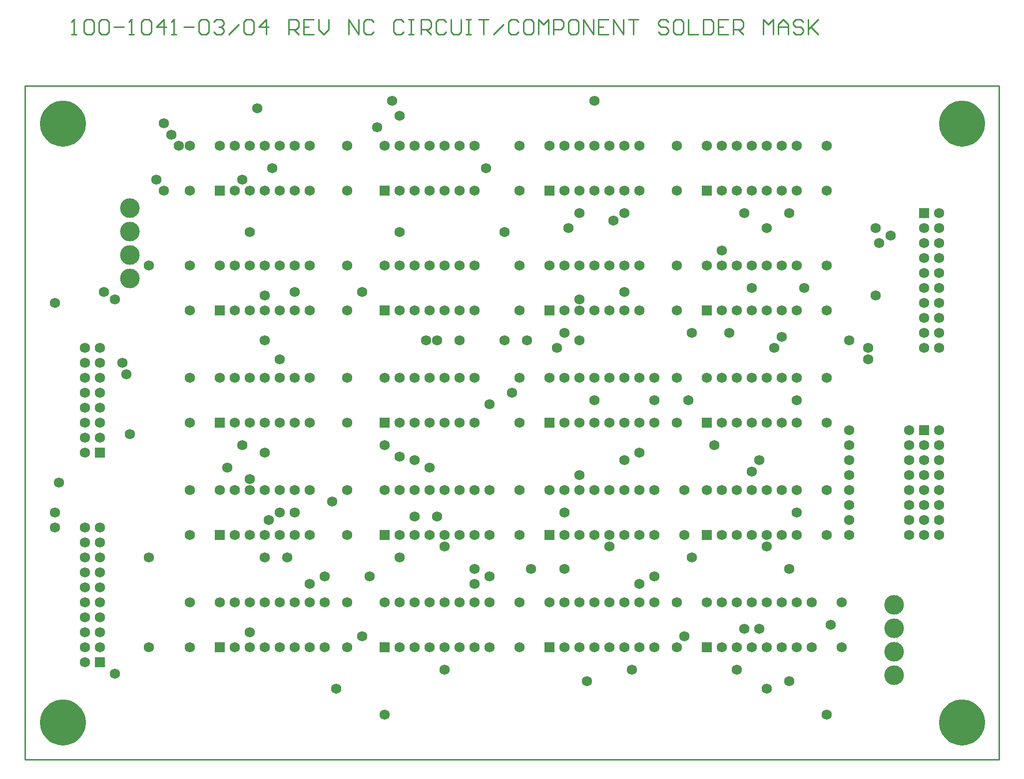
<source format=gbs>
*%FSLAX23Y23*%
*%MOIN*%
G01*
%ADD11C,0.007*%
%ADD12C,0.008*%
%ADD13C,0.010*%
%ADD14C,0.012*%
%ADD15C,0.020*%
%ADD16C,0.036*%
%ADD17C,0.050*%
%ADD18C,0.056*%
%ADD19C,0.062*%
%ADD20C,0.068*%
%ADD21C,0.070*%
%ADD22C,0.090*%
%ADD23C,0.125*%
%ADD24C,0.131*%
%ADD25C,0.140*%
%ADD26C,0.160*%
%ADD27C,0.250*%
%ADD28R,0.062X0.062*%
%ADD29R,0.068X0.068*%
D13*
X6934Y10356D02*
X6967D01*
X6951D01*
Y10456D01*
X6952D01*
X6951D02*
X6934Y10439D01*
X7017D02*
X7034Y10456D01*
X7067D01*
X7084Y10439D01*
Y10373D01*
X7067Y10356D01*
X7034D01*
X7017Y10373D01*
Y10439D01*
X7117D02*
X7134Y10456D01*
X7167D01*
X7184Y10439D01*
Y10373D01*
X7167Y10356D01*
X7134D01*
X7117Y10373D01*
Y10439D01*
X7217Y10406D02*
X7284D01*
X7317Y10356D02*
X7351D01*
X7334D01*
Y10456D01*
X7335D01*
X7334D02*
X7317Y10439D01*
X7401D02*
X7417Y10456D01*
X7450D01*
X7467Y10439D01*
Y10373D01*
X7450Y10356D01*
X7417D01*
X7401Y10373D01*
Y10439D01*
X7550Y10456D02*
Y10356D01*
X7500Y10406D02*
X7550Y10456D01*
X7567Y10406D02*
X7500D01*
X7600Y10356D02*
X7634D01*
X7617D01*
Y10456D01*
X7618D01*
X7617D02*
X7600Y10439D01*
X7684Y10406D02*
X7750D01*
X7784Y10439D02*
X7800Y10456D01*
X7834D01*
X7850Y10439D01*
Y10373D01*
X7834Y10356D01*
X7800D01*
X7784Y10373D01*
Y10439D01*
X7884D02*
X7900Y10456D01*
X7934D01*
X7950Y10439D01*
Y10423D01*
X7951D01*
X7950D02*
X7951D01*
X7950D02*
X7951D01*
X7950D02*
X7934Y10406D01*
X7917D01*
X7934D01*
X7950Y10389D01*
Y10373D01*
X7934Y10356D01*
X7900D01*
X7884Y10373D01*
X7984Y10356D02*
X8050Y10423D01*
X8084Y10439D02*
X8100Y10456D01*
X8134D01*
X8150Y10439D01*
Y10373D01*
X8134Y10356D01*
X8100D01*
X8084Y10373D01*
Y10439D01*
X8234Y10456D02*
Y10356D01*
X8184Y10406D02*
X8234Y10456D01*
X8250Y10406D02*
X8184D01*
X8384Y10356D02*
Y10456D01*
X8434D01*
X8450Y10439D01*
Y10406D01*
X8434Y10389D01*
X8384D01*
X8417D02*
X8450Y10356D01*
X8483Y10456D02*
X8550D01*
X8483D02*
Y10356D01*
X8550D01*
X8517Y10406D02*
X8483D01*
X8583Y10389D02*
Y10456D01*
Y10389D02*
X8617Y10356D01*
X8650Y10389D01*
Y10456D01*
X8783D02*
Y10356D01*
X8850D02*
X8783Y10456D01*
X8850D02*
Y10356D01*
X8950Y10439D02*
X8933Y10456D01*
X8900D01*
X8883Y10439D01*
Y10373D01*
X8900Y10356D01*
X8933D01*
X8950Y10373D01*
X9133Y10456D02*
X9150Y10439D01*
X9133Y10456D02*
X9100D01*
X9083Y10439D01*
Y10373D01*
X9100Y10356D01*
X9133D01*
X9150Y10373D01*
X9183Y10456D02*
X9217D01*
X9200D01*
Y10356D01*
X9183D01*
X9217D01*
X9267D02*
Y10456D01*
X9317D01*
X9333Y10439D01*
Y10406D01*
X9317Y10389D01*
X9267D01*
X9300D02*
X9333Y10356D01*
X9433Y10439D02*
X9417Y10456D01*
X9383D01*
X9367Y10439D01*
Y10373D01*
X9383Y10356D01*
X9417D01*
X9433Y10373D01*
X9467D02*
Y10456D01*
Y10373D02*
X9483Y10356D01*
X9516D01*
X9533Y10373D01*
Y10456D01*
X9566D02*
X9600D01*
X9583D01*
Y10356D01*
X9566D01*
X9600D01*
X9650Y10456D02*
X9716D01*
X9683D01*
Y10356D01*
X9750D02*
X9816Y10423D01*
X9900Y10456D02*
X9916Y10439D01*
X9900Y10456D02*
X9866D01*
X9850Y10439D01*
Y10373D01*
X9866Y10356D01*
X9900D01*
X9916Y10373D01*
X9966Y10456D02*
X10000D01*
X9966D02*
X9950Y10439D01*
Y10373D01*
X9966Y10356D01*
X10000D01*
X10016Y10373D01*
Y10439D01*
X10000Y10456D01*
X10050D02*
Y10356D01*
X10083Y10423D02*
X10050Y10456D01*
X10083Y10423D02*
X10116Y10456D01*
Y10356D01*
X10150D02*
Y10456D01*
X10200D01*
X10216Y10439D01*
Y10406D01*
X10200Y10389D01*
X10150D01*
X10266Y10456D02*
X10300D01*
X10266D02*
X10250Y10439D01*
Y10373D01*
X10266Y10356D01*
X10300D01*
X10316Y10373D01*
Y10439D01*
X10300Y10456D01*
X10350D02*
Y10356D01*
X10416D02*
X10350Y10456D01*
X10416D02*
Y10356D01*
X10450Y10456D02*
X10516D01*
X10450D02*
Y10356D01*
X10516D01*
X10483Y10406D02*
X10450D01*
X10549Y10356D02*
Y10456D01*
X10616Y10356D01*
Y10456D01*
X10649D02*
X10716D01*
X10683D01*
Y10356D01*
X10899Y10456D02*
X10916Y10439D01*
X10899Y10456D02*
X10866D01*
X10849Y10439D01*
Y10423D01*
X10866Y10406D01*
X10899D01*
X10916Y10389D01*
Y10373D01*
X10899Y10356D01*
X10866D01*
X10849Y10373D01*
X10966Y10456D02*
X10999D01*
X10966D02*
X10949Y10439D01*
Y10373D01*
X10966Y10356D01*
X10999D01*
X11016Y10373D01*
Y10439D01*
X10999Y10456D01*
X11049D02*
Y10356D01*
X11116D01*
X11149D02*
Y10456D01*
Y10356D02*
X11199D01*
X11216Y10373D01*
Y10439D01*
X11199Y10456D01*
X11149D01*
X11249D02*
X11316D01*
X11249D02*
Y10356D01*
X11316D01*
X11283Y10406D02*
X11249D01*
X11349Y10356D02*
Y10456D01*
X11399D01*
X11416Y10439D01*
Y10406D01*
X11399Y10389D01*
X11349D01*
X11383D02*
X11416Y10356D01*
X11549D02*
Y10456D01*
X11582Y10423D01*
X11616Y10456D01*
Y10356D01*
X11649D02*
Y10423D01*
X11682Y10456D01*
X11716Y10423D01*
Y10356D01*
Y10406D01*
X11649D01*
X11799Y10456D02*
X11816Y10439D01*
X11799Y10456D02*
X11766D01*
X11749Y10439D01*
Y10423D01*
X11766Y10406D01*
X11799D01*
X11816Y10389D01*
Y10373D01*
X11799Y10356D01*
X11766D01*
X11749Y10373D01*
X11849Y10356D02*
Y10456D01*
Y10389D02*
Y10356D01*
Y10389D02*
X11916Y10456D01*
X11866Y10406D01*
X11916Y10356D01*
X6624Y10011D02*
Y5511D01*
X13124D02*
Y10011D01*
X6624D01*
Y5511D02*
X13124D01*
D17*
X12746Y9761D02*
X12747D01*
X12746D02*
X12746Y9751D01*
X12748Y9740D01*
X12750Y9730D01*
X12753Y9720D01*
X12756Y9711D01*
X12761Y9702D01*
X12766Y9693D01*
X12772Y9684D01*
X12778Y9676D01*
X12785Y9669D01*
X12793Y9662D01*
X12801Y9656D01*
X12810Y9650D01*
X12819Y9645D01*
X12829Y9641D01*
X12838Y9638D01*
X12848Y9636D01*
X12859Y9634D01*
X12869Y9633D01*
X12879D01*
X12889Y9634D01*
X12900Y9636D01*
X12910Y9638D01*
X12919Y9641D01*
X12929Y9645D01*
X12938Y9650D01*
X12947Y9656D01*
X12955Y9662D01*
X12963Y9669D01*
X12970Y9676D01*
X12976Y9684D01*
X12982Y9693D01*
X12987Y9702D01*
X12992Y9711D01*
X12995Y9720D01*
X12998Y9730D01*
X13000Y9740D01*
X13002Y9751D01*
X13002Y9761D01*
X13003D01*
X13002D02*
X13002Y9771D01*
X13000Y9782D01*
X12998Y9792D01*
X12995Y9802D01*
X12992Y9811D01*
X12987Y9820D01*
X12982Y9829D01*
X12976Y9838D01*
X12970Y9846D01*
X12963Y9853D01*
X12955Y9860D01*
X12947Y9866D01*
X12938Y9872D01*
X12929Y9877D01*
X12919Y9881D01*
X12910Y9884D01*
X12900Y9886D01*
X12889Y9888D01*
X12879Y9889D01*
X12869D01*
X12859Y9888D01*
X12848Y9886D01*
X12838Y9884D01*
X12829Y9881D01*
X12819Y9877D01*
X12810Y9872D01*
X12801Y9866D01*
X12793Y9860D01*
X12785Y9853D01*
X12778Y9846D01*
X12772Y9838D01*
X12766Y9829D01*
X12761Y9820D01*
X12756Y9811D01*
X12753Y9802D01*
X12750Y9792D01*
X12748Y9782D01*
X12746Y9771D01*
X12746Y9761D01*
X12794D02*
X12795D01*
X12794D02*
X12795Y9752D01*
X12796Y9743D01*
X12799Y9734D01*
X12803Y9725D01*
X12807Y9717D01*
X12813Y9710D01*
X12819Y9703D01*
X12826Y9697D01*
X12834Y9692D01*
X12842Y9688D01*
X12851Y9684D01*
X12860Y9682D01*
X12869Y9681D01*
X12879D01*
X12888Y9682D01*
X12897Y9684D01*
X12906Y9688D01*
X12914Y9692D01*
X12922Y9697D01*
X12929Y9703D01*
X12935Y9710D01*
X12941Y9717D01*
X12945Y9725D01*
X12949Y9734D01*
X12952Y9743D01*
X12953Y9752D01*
X12954Y9761D01*
X12955D01*
X12954D02*
X12953Y9770D01*
X12952Y9779D01*
X12949Y9788D01*
X12945Y9797D01*
X12941Y9805D01*
X12935Y9812D01*
X12929Y9819D01*
X12922Y9825D01*
X12914Y9830D01*
X12906Y9834D01*
X12897Y9838D01*
X12888Y9840D01*
X12879Y9841D01*
X12869D01*
X12860Y9840D01*
X12851Y9838D01*
X12842Y9834D01*
X12834Y9830D01*
X12826Y9825D01*
X12819Y9819D01*
X12813Y9812D01*
X12807Y9805D01*
X12803Y9797D01*
X12799Y9788D01*
X12796Y9779D01*
X12795Y9770D01*
X12794Y9761D01*
X12842D02*
X12843D01*
X12842D02*
X12843Y9754D01*
X12845Y9748D01*
X12848Y9742D01*
X12853Y9737D01*
X12858Y9733D01*
X12864Y9731D01*
X12871Y9729D01*
X12877D01*
X12884Y9731D01*
X12890Y9733D01*
X12895Y9737D01*
X12900Y9742D01*
X12903Y9748D01*
X12905Y9754D01*
X12906Y9761D01*
X12907D01*
X12906D02*
X12905Y9768D01*
X12903Y9774D01*
X12900Y9780D01*
X12895Y9785D01*
X12890Y9789D01*
X12884Y9791D01*
X12877Y9793D01*
X12871D01*
X12864Y9791D01*
X12858Y9789D01*
X12853Y9785D01*
X12848Y9780D01*
X12845Y9774D01*
X12843Y9768D01*
X12842Y9761D01*
X12874D02*
D03*
X12746Y5761D02*
X12747D01*
X12746D02*
X12746Y5751D01*
X12748Y5740D01*
X12750Y5730D01*
X12753Y5720D01*
X12756Y5711D01*
X12761Y5702D01*
X12766Y5693D01*
X12772Y5684D01*
X12778Y5676D01*
X12785Y5669D01*
X12793Y5662D01*
X12801Y5656D01*
X12810Y5650D01*
X12819Y5645D01*
X12829Y5641D01*
X12838Y5638D01*
X12848Y5636D01*
X12859Y5634D01*
X12869Y5633D01*
X12879D01*
X12889Y5634D01*
X12900Y5636D01*
X12910Y5638D01*
X12919Y5641D01*
X12929Y5645D01*
X12938Y5650D01*
X12947Y5656D01*
X12955Y5662D01*
X12963Y5669D01*
X12970Y5676D01*
X12976Y5684D01*
X12982Y5693D01*
X12987Y5702D01*
X12992Y5711D01*
X12995Y5720D01*
X12998Y5730D01*
X13000Y5740D01*
X13002Y5751D01*
X13002Y5761D01*
X13003D01*
X13002D02*
X13002Y5771D01*
X13000Y5782D01*
X12998Y5792D01*
X12995Y5802D01*
X12992Y5811D01*
X12987Y5820D01*
X12982Y5829D01*
X12976Y5838D01*
X12970Y5846D01*
X12963Y5853D01*
X12955Y5860D01*
X12947Y5866D01*
X12938Y5872D01*
X12929Y5877D01*
X12919Y5881D01*
X12910Y5884D01*
X12900Y5886D01*
X12889Y5888D01*
X12879Y5889D01*
X12869D01*
X12859Y5888D01*
X12848Y5886D01*
X12838Y5884D01*
X12829Y5881D01*
X12819Y5877D01*
X12810Y5872D01*
X12801Y5866D01*
X12793Y5860D01*
X12785Y5853D01*
X12778Y5846D01*
X12772Y5838D01*
X12766Y5829D01*
X12761Y5820D01*
X12756Y5811D01*
X12753Y5802D01*
X12750Y5792D01*
X12748Y5782D01*
X12746Y5771D01*
X12746Y5761D01*
X12794D02*
X12795D01*
X12794D02*
X12795Y5752D01*
X12796Y5743D01*
X12799Y5734D01*
X12803Y5725D01*
X12807Y5717D01*
X12813Y5710D01*
X12819Y5703D01*
X12826Y5697D01*
X12834Y5692D01*
X12842Y5688D01*
X12851Y5684D01*
X12860Y5682D01*
X12869Y5681D01*
X12879D01*
X12888Y5682D01*
X12897Y5684D01*
X12906Y5688D01*
X12914Y5692D01*
X12922Y5697D01*
X12929Y5703D01*
X12935Y5710D01*
X12941Y5717D01*
X12945Y5725D01*
X12949Y5734D01*
X12952Y5743D01*
X12953Y5752D01*
X12954Y5761D01*
X12955D01*
X12954D02*
X12953Y5770D01*
X12952Y5779D01*
X12949Y5788D01*
X12945Y5797D01*
X12941Y5805D01*
X12935Y5812D01*
X12929Y5819D01*
X12922Y5825D01*
X12914Y5830D01*
X12906Y5834D01*
X12897Y5838D01*
X12888Y5840D01*
X12879Y5841D01*
X12869D01*
X12860Y5840D01*
X12851Y5838D01*
X12842Y5834D01*
X12834Y5830D01*
X12826Y5825D01*
X12819Y5819D01*
X12813Y5812D01*
X12807Y5805D01*
X12803Y5797D01*
X12799Y5788D01*
X12796Y5779D01*
X12795Y5770D01*
X12794Y5761D01*
X12842D02*
X12843D01*
X12842D02*
X12843Y5754D01*
X12845Y5748D01*
X12848Y5742D01*
X12853Y5737D01*
X12858Y5733D01*
X12864Y5731D01*
X12871Y5729D01*
X12877D01*
X12884Y5731D01*
X12890Y5733D01*
X12895Y5737D01*
X12900Y5742D01*
X12903Y5748D01*
X12905Y5754D01*
X12906Y5761D01*
X12907D01*
X12906D02*
X12905Y5768D01*
X12903Y5774D01*
X12900Y5780D01*
X12895Y5785D01*
X12890Y5789D01*
X12884Y5791D01*
X12877Y5793D01*
X12871D01*
X12864Y5791D01*
X12858Y5789D01*
X12853Y5785D01*
X12848Y5780D01*
X12845Y5774D01*
X12843Y5768D01*
X12842Y5761D01*
X12874D02*
D03*
X6746Y9761D02*
X6747D01*
X6746D02*
X6746Y9751D01*
X6748Y9740D01*
X6750Y9730D01*
X6753Y9720D01*
X6756Y9711D01*
X6761Y9702D01*
X6766Y9693D01*
X6772Y9684D01*
X6778Y9676D01*
X6785Y9669D01*
X6793Y9662D01*
X6801Y9656D01*
X6810Y9650D01*
X6819Y9645D01*
X6829Y9641D01*
X6838Y9638D01*
X6848Y9636D01*
X6859Y9634D01*
X6869Y9633D01*
X6879D01*
X6889Y9634D01*
X6900Y9636D01*
X6910Y9638D01*
X6919Y9641D01*
X6929Y9645D01*
X6938Y9650D01*
X6947Y9656D01*
X6955Y9662D01*
X6963Y9669D01*
X6970Y9676D01*
X6976Y9684D01*
X6982Y9693D01*
X6987Y9702D01*
X6992Y9711D01*
X6995Y9720D01*
X6998Y9730D01*
X7000Y9740D01*
X7002Y9751D01*
X7002Y9761D01*
X7003D01*
X7002D02*
X7002Y9771D01*
X7000Y9782D01*
X6998Y9792D01*
X6995Y9802D01*
X6992Y9811D01*
X6987Y9820D01*
X6982Y9829D01*
X6976Y9838D01*
X6970Y9846D01*
X6963Y9853D01*
X6955Y9860D01*
X6947Y9866D01*
X6938Y9872D01*
X6929Y9877D01*
X6919Y9881D01*
X6910Y9884D01*
X6900Y9886D01*
X6889Y9888D01*
X6879Y9889D01*
X6869D01*
X6859Y9888D01*
X6848Y9886D01*
X6838Y9884D01*
X6829Y9881D01*
X6819Y9877D01*
X6810Y9872D01*
X6801Y9866D01*
X6793Y9860D01*
X6785Y9853D01*
X6778Y9846D01*
X6772Y9838D01*
X6766Y9829D01*
X6761Y9820D01*
X6756Y9811D01*
X6753Y9802D01*
X6750Y9792D01*
X6748Y9782D01*
X6746Y9771D01*
X6746Y9761D01*
X6794D02*
X6795D01*
X6794D02*
X6795Y9752D01*
X6796Y9743D01*
X6799Y9734D01*
X6803Y9725D01*
X6807Y9717D01*
X6813Y9710D01*
X6819Y9703D01*
X6826Y9697D01*
X6834Y9692D01*
X6842Y9688D01*
X6851Y9684D01*
X6860Y9682D01*
X6869Y9681D01*
X6879D01*
X6888Y9682D01*
X6897Y9684D01*
X6906Y9688D01*
X6914Y9692D01*
X6922Y9697D01*
X6929Y9703D01*
X6935Y9710D01*
X6941Y9717D01*
X6945Y9725D01*
X6949Y9734D01*
X6952Y9743D01*
X6953Y9752D01*
X6954Y9761D01*
X6955D01*
X6954D02*
X6953Y9770D01*
X6952Y9779D01*
X6949Y9788D01*
X6945Y9797D01*
X6941Y9805D01*
X6935Y9812D01*
X6929Y9819D01*
X6922Y9825D01*
X6914Y9830D01*
X6906Y9834D01*
X6897Y9838D01*
X6888Y9840D01*
X6879Y9841D01*
X6869D01*
X6860Y9840D01*
X6851Y9838D01*
X6842Y9834D01*
X6834Y9830D01*
X6826Y9825D01*
X6819Y9819D01*
X6813Y9812D01*
X6807Y9805D01*
X6803Y9797D01*
X6799Y9788D01*
X6796Y9779D01*
X6795Y9770D01*
X6794Y9761D01*
X6842D02*
X6843D01*
X6842D02*
X6843Y9754D01*
X6845Y9748D01*
X6848Y9742D01*
X6853Y9737D01*
X6858Y9733D01*
X6864Y9731D01*
X6871Y9729D01*
X6877D01*
X6884Y9731D01*
X6890Y9733D01*
X6895Y9737D01*
X6900Y9742D01*
X6903Y9748D01*
X6905Y9754D01*
X6906Y9761D01*
X6907D01*
X6906D02*
X6905Y9768D01*
X6903Y9774D01*
X6900Y9780D01*
X6895Y9785D01*
X6890Y9789D01*
X6884Y9791D01*
X6877Y9793D01*
X6871D01*
X6864Y9791D01*
X6858Y9789D01*
X6853Y9785D01*
X6848Y9780D01*
X6845Y9774D01*
X6843Y9768D01*
X6842Y9761D01*
X6874D02*
D03*
X6746Y5761D02*
X6747D01*
X6746D02*
X6746Y5751D01*
X6748Y5740D01*
X6750Y5730D01*
X6753Y5720D01*
X6756Y5711D01*
X6761Y5702D01*
X6766Y5693D01*
X6772Y5684D01*
X6778Y5676D01*
X6785Y5669D01*
X6793Y5662D01*
X6801Y5656D01*
X6810Y5650D01*
X6819Y5645D01*
X6829Y5641D01*
X6838Y5638D01*
X6848Y5636D01*
X6859Y5634D01*
X6869Y5633D01*
X6879D01*
X6889Y5634D01*
X6900Y5636D01*
X6910Y5638D01*
X6919Y5641D01*
X6929Y5645D01*
X6938Y5650D01*
X6947Y5656D01*
X6955Y5662D01*
X6963Y5669D01*
X6970Y5676D01*
X6976Y5684D01*
X6982Y5693D01*
X6987Y5702D01*
X6992Y5711D01*
X6995Y5720D01*
X6998Y5730D01*
X7000Y5740D01*
X7002Y5751D01*
X7002Y5761D01*
X7003D01*
X7002D02*
X7002Y5771D01*
X7000Y5782D01*
X6998Y5792D01*
X6995Y5802D01*
X6992Y5811D01*
X6987Y5820D01*
X6982Y5829D01*
X6976Y5838D01*
X6970Y5846D01*
X6963Y5853D01*
X6955Y5860D01*
X6947Y5866D01*
X6938Y5872D01*
X6929Y5877D01*
X6919Y5881D01*
X6910Y5884D01*
X6900Y5886D01*
X6889Y5888D01*
X6879Y5889D01*
X6869D01*
X6859Y5888D01*
X6848Y5886D01*
X6838Y5884D01*
X6829Y5881D01*
X6819Y5877D01*
X6810Y5872D01*
X6801Y5866D01*
X6793Y5860D01*
X6785Y5853D01*
X6778Y5846D01*
X6772Y5838D01*
X6766Y5829D01*
X6761Y5820D01*
X6756Y5811D01*
X6753Y5802D01*
X6750Y5792D01*
X6748Y5782D01*
X6746Y5771D01*
X6746Y5761D01*
X6794D02*
X6795D01*
X6794D02*
X6795Y5752D01*
X6796Y5743D01*
X6799Y5734D01*
X6803Y5725D01*
X6807Y5717D01*
X6813Y5710D01*
X6819Y5703D01*
X6826Y5697D01*
X6834Y5692D01*
X6842Y5688D01*
X6851Y5684D01*
X6860Y5682D01*
X6869Y5681D01*
X6879D01*
X6888Y5682D01*
X6897Y5684D01*
X6906Y5688D01*
X6914Y5692D01*
X6922Y5697D01*
X6929Y5703D01*
X6935Y5710D01*
X6941Y5717D01*
X6945Y5725D01*
X6949Y5734D01*
X6952Y5743D01*
X6953Y5752D01*
X6954Y5761D01*
X6955D01*
X6954D02*
X6953Y5770D01*
X6952Y5779D01*
X6949Y5788D01*
X6945Y5797D01*
X6941Y5805D01*
X6935Y5812D01*
X6929Y5819D01*
X6922Y5825D01*
X6914Y5830D01*
X6906Y5834D01*
X6897Y5838D01*
X6888Y5840D01*
X6879Y5841D01*
X6869D01*
X6860Y5840D01*
X6851Y5838D01*
X6842Y5834D01*
X6834Y5830D01*
X6826Y5825D01*
X6819Y5819D01*
X6813Y5812D01*
X6807Y5805D01*
X6803Y5797D01*
X6799Y5788D01*
X6796Y5779D01*
X6795Y5770D01*
X6794Y5761D01*
X6842D02*
X6843D01*
X6842D02*
X6843Y5754D01*
X6845Y5748D01*
X6848Y5742D01*
X6853Y5737D01*
X6858Y5733D01*
X6864Y5731D01*
X6871Y5729D01*
X6877D01*
X6884Y5731D01*
X6890Y5733D01*
X6895Y5737D01*
X6900Y5742D01*
X6903Y5748D01*
X6905Y5754D01*
X6906Y5761D01*
X6907D01*
X6906D02*
X6905Y5768D01*
X6903Y5774D01*
X6900Y5780D01*
X6895Y5785D01*
X6890Y5789D01*
X6884Y5791D01*
X6877Y5793D01*
X6871D01*
X6864Y5791D01*
X6858Y5789D01*
X6853Y5785D01*
X6848Y5780D01*
X6845Y5774D01*
X6843Y5768D01*
X6842Y5761D01*
X6874D02*
D03*
D20*
X12324Y8961D02*
D03*
X12299Y8611D02*
D03*
Y9061D02*
D03*
X12399Y9011D02*
D03*
X12249Y8186D02*
D03*
Y8261D02*
D03*
X12124Y8311D02*
D03*
X11999Y6411D02*
D03*
X11974Y5811D02*
D03*
X11774Y7911D02*
D03*
X11824Y8661D02*
D03*
X11724Y9161D02*
D03*
X11774Y7161D02*
D03*
X11724Y6786D02*
D03*
Y6036D02*
D03*
X11574Y9061D02*
D03*
X11674Y8336D02*
D03*
X11624Y8261D02*
D03*
X11574Y6936D02*
D03*
X11524Y7511D02*
D03*
Y6386D02*
D03*
X11574Y5986D02*
D03*
X11474Y8661D02*
D03*
X11424Y9161D02*
D03*
X11324Y8361D02*
D03*
X11474Y7436D02*
D03*
X11374Y6111D02*
D03*
X11424Y6386D02*
D03*
X11274Y8911D02*
D03*
X11224Y7611D02*
D03*
X11049Y7911D02*
D03*
X11074Y8361D02*
D03*
Y6861D02*
D03*
X11024Y6336D02*
D03*
X10824Y7911D02*
D03*
X10724Y7561D02*
D03*
Y6686D02*
D03*
X10824Y6736D02*
D03*
X10549Y9111D02*
D03*
X10624Y9161D02*
D03*
Y8636D02*
D03*
X10524Y6936D02*
D03*
X10674Y6111D02*
D03*
X10624Y7511D02*
D03*
X10424Y9911D02*
D03*
Y7911D02*
D03*
X10324Y8311D02*
D03*
Y9161D02*
D03*
Y8586D02*
D03*
Y7411D02*
D03*
X10374Y6036D02*
D03*
X10174Y8261D02*
D03*
X10224Y8361D02*
D03*
X10249Y9061D02*
D03*
X10224Y6786D02*
D03*
Y7161D02*
D03*
X9974Y8311D02*
D03*
X9999Y6786D02*
D03*
X9824Y8311D02*
D03*
Y9036D02*
D03*
X9874Y7961D02*
D03*
X9699Y9461D02*
D03*
X9724Y7886D02*
D03*
X9624Y6786D02*
D03*
Y6686D02*
D03*
X9724Y6736D02*
D03*
X9374Y8311D02*
D03*
X9524D02*
D03*
X9424Y6936D02*
D03*
Y6111D02*
D03*
X9374Y7136D02*
D03*
X9299Y8311D02*
D03*
X9324Y7461D02*
D03*
X9224Y7511D02*
D03*
Y7136D02*
D03*
X9074Y9911D02*
D03*
X9124Y9811D02*
D03*
X8974Y9736D02*
D03*
X9124Y9036D02*
D03*
Y6861D02*
D03*
Y7536D02*
D03*
X9024Y7611D02*
D03*
Y5811D02*
D03*
X8874Y8636D02*
D03*
Y6336D02*
D03*
X8924Y6736D02*
D03*
X8674Y7236D02*
D03*
X8624Y6736D02*
D03*
X8699Y5986D02*
D03*
X8424Y8636D02*
D03*
X8374Y6861D02*
D03*
X8424Y7161D02*
D03*
X8524Y6686D02*
D03*
X8274Y9461D02*
D03*
X8174Y9861D02*
D03*
X8224Y8311D02*
D03*
Y8611D02*
D03*
X8324Y8186D02*
D03*
X8249Y7111D02*
D03*
X8224Y7561D02*
D03*
Y6861D02*
D03*
X8324Y7161D02*
D03*
X8074Y9386D02*
D03*
X8124Y9036D02*
D03*
Y7386D02*
D03*
X7974Y7461D02*
D03*
X8074Y7611D02*
D03*
X8124Y6361D02*
D03*
X7599Y9686D02*
D03*
X7649Y9611D02*
D03*
X7549Y9761D02*
D03*
Y9311D02*
D03*
X7499Y9386D02*
D03*
X7449Y8811D02*
D03*
Y6261D02*
D03*
Y6861D02*
D03*
X7324Y7686D02*
D03*
X7224Y8586D02*
D03*
X7299Y8086D02*
D03*
X7274Y8161D02*
D03*
X7224Y6086D02*
D03*
X7149Y8636D02*
D03*
X6824Y8561D02*
D03*
X6849Y7361D02*
D03*
X6824Y7161D02*
D03*
Y7061D02*
D03*
X11974Y9611D02*
D03*
Y9311D02*
D03*
X12724Y7711D02*
D03*
X12624Y7611D02*
D03*
X12724D02*
D03*
X12624Y7511D02*
D03*
X12724D02*
D03*
X12624Y7411D02*
D03*
X12724D02*
D03*
X12624Y7311D02*
D03*
X12724D02*
D03*
X12624Y7211D02*
D03*
X12724D02*
D03*
X12624Y7111D02*
D03*
X12724D02*
D03*
X12624Y7011D02*
D03*
X12724D02*
D03*
Y8261D02*
D03*
X12624D02*
D03*
X12724Y8361D02*
D03*
X12624D02*
D03*
X12724Y8461D02*
D03*
X12624D02*
D03*
X12724Y8561D02*
D03*
X12624D02*
D03*
X12724Y8661D02*
D03*
X12624D02*
D03*
X12724Y8761D02*
D03*
X12624D02*
D03*
X12724Y8861D02*
D03*
X12624D02*
D03*
X12724Y8961D02*
D03*
X12624D02*
D03*
X12724Y9061D02*
D03*
X12624D02*
D03*
X12724Y9161D02*
D03*
X11974Y8811D02*
D03*
Y8511D02*
D03*
X12124Y7711D02*
D03*
X12524D02*
D03*
X11974Y8061D02*
D03*
Y7761D02*
D03*
X12124Y7011D02*
D03*
X12524D02*
D03*
X12124Y7111D02*
D03*
X12524D02*
D03*
X12124Y7211D02*
D03*
X12524D02*
D03*
X12124Y7311D02*
D03*
X12524D02*
D03*
X12124Y7411D02*
D03*
X12524D02*
D03*
X12124Y7511D02*
D03*
X12524D02*
D03*
X12124Y7611D02*
D03*
X12524D02*
D03*
X11974Y7311D02*
D03*
Y7011D02*
D03*
X12074Y6561D02*
D03*
Y6261D02*
D03*
X11274Y9311D02*
D03*
X11474D02*
D03*
X11574D02*
D03*
X11674D02*
D03*
X11774D02*
D03*
Y9611D02*
D03*
X11674D02*
D03*
X11574D02*
D03*
X11474D02*
D03*
X11374D02*
D03*
X11274D02*
D03*
X11174D02*
D03*
X11374Y9311D02*
D03*
X10974Y9611D02*
D03*
Y9311D02*
D03*
X11274Y7761D02*
D03*
X11474D02*
D03*
X11574D02*
D03*
X11674D02*
D03*
X11774D02*
D03*
Y8061D02*
D03*
X11674D02*
D03*
X11574D02*
D03*
X11474D02*
D03*
X11374D02*
D03*
X11274D02*
D03*
X11174D02*
D03*
X11374Y7761D02*
D03*
X11274Y8511D02*
D03*
X11474D02*
D03*
X11574D02*
D03*
X11674D02*
D03*
X11774D02*
D03*
Y8811D02*
D03*
X11674D02*
D03*
X11574D02*
D03*
X11474D02*
D03*
X11374D02*
D03*
X11274D02*
D03*
X11174D02*
D03*
X11374Y8511D02*
D03*
X10974Y8061D02*
D03*
Y7761D02*
D03*
Y8811D02*
D03*
Y8511D02*
D03*
X11024Y7311D02*
D03*
Y7011D02*
D03*
X10974Y6561D02*
D03*
Y6261D02*
D03*
X11274D02*
D03*
X11374D02*
D03*
X11474D02*
D03*
X11574D02*
D03*
X11674D02*
D03*
X11774D02*
D03*
X11874D02*
D03*
Y6561D02*
D03*
X11774D02*
D03*
X11674D02*
D03*
X11574D02*
D03*
X11474D02*
D03*
X11374D02*
D03*
X11274D02*
D03*
X11174D02*
D03*
X11274Y7011D02*
D03*
X11474D02*
D03*
X11574D02*
D03*
X11674D02*
D03*
X11774D02*
D03*
Y7311D02*
D03*
X11674D02*
D03*
X11574D02*
D03*
X11474D02*
D03*
X11374D02*
D03*
X11274D02*
D03*
X11174D02*
D03*
X11374Y7011D02*
D03*
X9124Y9311D02*
D03*
X9324D02*
D03*
X9424D02*
D03*
X9524D02*
D03*
X9624D02*
D03*
Y9611D02*
D03*
X9524D02*
D03*
X9424D02*
D03*
X9324D02*
D03*
X9224D02*
D03*
X9124D02*
D03*
X9024D02*
D03*
X9224Y9311D02*
D03*
X10224D02*
D03*
X10424D02*
D03*
X10524D02*
D03*
X10624D02*
D03*
X10724D02*
D03*
Y9611D02*
D03*
X10624D02*
D03*
X10524D02*
D03*
X10424D02*
D03*
X10324D02*
D03*
X10224D02*
D03*
X10124D02*
D03*
X10324Y9311D02*
D03*
X8774Y9611D02*
D03*
Y9311D02*
D03*
X9924Y9611D02*
D03*
Y9311D02*
D03*
X9124Y8511D02*
D03*
X9324D02*
D03*
X9424D02*
D03*
X9524D02*
D03*
X9624D02*
D03*
Y8811D02*
D03*
X9524D02*
D03*
X9424D02*
D03*
X9324D02*
D03*
X9224D02*
D03*
X9124D02*
D03*
X9024D02*
D03*
X9224Y8511D02*
D03*
X9124Y7761D02*
D03*
X9324D02*
D03*
X9424D02*
D03*
X9524D02*
D03*
X9624D02*
D03*
Y8061D02*
D03*
X9524D02*
D03*
X9424D02*
D03*
X9324D02*
D03*
X9224D02*
D03*
X9124D02*
D03*
X9024D02*
D03*
X9224Y7761D02*
D03*
X10224D02*
D03*
X10324D02*
D03*
X10424D02*
D03*
X10524D02*
D03*
X10624D02*
D03*
X10724D02*
D03*
X10824D02*
D03*
Y8061D02*
D03*
X10724D02*
D03*
X10624D02*
D03*
X10524D02*
D03*
X10424D02*
D03*
X10324D02*
D03*
X10224D02*
D03*
X10124D02*
D03*
X10224Y8511D02*
D03*
X10424D02*
D03*
X10524D02*
D03*
X10624D02*
D03*
X10724D02*
D03*
Y8811D02*
D03*
X10624D02*
D03*
X10524D02*
D03*
X10424D02*
D03*
X10324D02*
D03*
X10224D02*
D03*
X10124D02*
D03*
X10324Y8511D02*
D03*
X8774Y8061D02*
D03*
Y7761D02*
D03*
X9924Y8061D02*
D03*
Y7761D02*
D03*
Y8811D02*
D03*
Y8511D02*
D03*
X8774Y8811D02*
D03*
Y8511D02*
D03*
X9924Y6561D02*
D03*
Y6261D02*
D03*
X10224Y7011D02*
D03*
X10324D02*
D03*
X10424D02*
D03*
X10524D02*
D03*
X10624D02*
D03*
X10724D02*
D03*
X10824D02*
D03*
Y7311D02*
D03*
X10724D02*
D03*
X10624D02*
D03*
X10524D02*
D03*
X10424D02*
D03*
X10324D02*
D03*
X10224D02*
D03*
X10124D02*
D03*
X10224Y6261D02*
D03*
X10324D02*
D03*
X10424D02*
D03*
X10524D02*
D03*
X10624D02*
D03*
X10724D02*
D03*
X10824D02*
D03*
Y6561D02*
D03*
X10724D02*
D03*
X10624D02*
D03*
X10524D02*
D03*
X10424D02*
D03*
X10324D02*
D03*
X10224D02*
D03*
X10124D02*
D03*
X9124Y6261D02*
D03*
X9224D02*
D03*
X9324D02*
D03*
X9424D02*
D03*
X9524D02*
D03*
X9624D02*
D03*
X9724D02*
D03*
Y6561D02*
D03*
X9624D02*
D03*
X9524D02*
D03*
X9424D02*
D03*
X9324D02*
D03*
X9224D02*
D03*
X9124D02*
D03*
X9024D02*
D03*
X8774Y7311D02*
D03*
Y7011D02*
D03*
Y6561D02*
D03*
Y6261D02*
D03*
X9924Y7311D02*
D03*
Y7011D02*
D03*
X9124D02*
D03*
X9224D02*
D03*
X9324D02*
D03*
X9424D02*
D03*
X9524D02*
D03*
X9624D02*
D03*
X9724D02*
D03*
Y7311D02*
D03*
X9624D02*
D03*
X9524D02*
D03*
X9424D02*
D03*
X9324D02*
D03*
X9224D02*
D03*
X9124D02*
D03*
X9024D02*
D03*
X7724Y9611D02*
D03*
Y9311D02*
D03*
X8024D02*
D03*
X8224D02*
D03*
X8324D02*
D03*
X8424D02*
D03*
X8524D02*
D03*
Y9611D02*
D03*
X8424D02*
D03*
X8324D02*
D03*
X8224D02*
D03*
X8124D02*
D03*
X8024D02*
D03*
X7924D02*
D03*
X8124Y9311D02*
D03*
X8024Y7761D02*
D03*
X8224D02*
D03*
X8324D02*
D03*
X8424D02*
D03*
X8524D02*
D03*
Y8061D02*
D03*
X8424D02*
D03*
X8324D02*
D03*
X8224D02*
D03*
X8124D02*
D03*
X8024D02*
D03*
X7924D02*
D03*
X8124Y7761D02*
D03*
X8024Y8511D02*
D03*
X8224D02*
D03*
X8324D02*
D03*
X8424D02*
D03*
X8524D02*
D03*
Y8811D02*
D03*
X8424D02*
D03*
X8324D02*
D03*
X8224D02*
D03*
X8124D02*
D03*
X8024D02*
D03*
X7924D02*
D03*
X8124Y8511D02*
D03*
X7724Y8061D02*
D03*
Y7761D02*
D03*
Y8811D02*
D03*
Y8511D02*
D03*
Y6561D02*
D03*
Y6261D02*
D03*
X8024D02*
D03*
X8124D02*
D03*
X8224D02*
D03*
X8324D02*
D03*
X8424D02*
D03*
X8524D02*
D03*
X8624D02*
D03*
Y6561D02*
D03*
X8524D02*
D03*
X8424D02*
D03*
X8324D02*
D03*
X8224D02*
D03*
X8124D02*
D03*
X8024D02*
D03*
X7924D02*
D03*
X7724Y7311D02*
D03*
Y7011D02*
D03*
X8024D02*
D03*
X8224D02*
D03*
X8324D02*
D03*
X8424D02*
D03*
X8524D02*
D03*
Y7311D02*
D03*
X8424D02*
D03*
X8324D02*
D03*
X8224D02*
D03*
X8124D02*
D03*
X8024D02*
D03*
X7924D02*
D03*
X8124Y7011D02*
D03*
X7024Y8261D02*
D03*
X7124D02*
D03*
X7024Y8161D02*
D03*
X7124D02*
D03*
X7024Y8061D02*
D03*
X7124D02*
D03*
X7024Y7961D02*
D03*
X7124D02*
D03*
X7024Y7861D02*
D03*
X7124D02*
D03*
X7024Y7761D02*
D03*
X7124D02*
D03*
X7024Y7661D02*
D03*
X7124D02*
D03*
X7024Y7561D02*
D03*
Y7061D02*
D03*
X7124D02*
D03*
X7024Y6961D02*
D03*
X7124D02*
D03*
X7024Y6861D02*
D03*
X7124D02*
D03*
X7024Y6761D02*
D03*
X7124D02*
D03*
X7024Y6661D02*
D03*
X7124D02*
D03*
X7024Y6561D02*
D03*
X7124D02*
D03*
X7024Y6461D02*
D03*
X7124D02*
D03*
X7024Y6361D02*
D03*
X7124D02*
D03*
X7024Y6261D02*
D03*
X7124D02*
D03*
X7024Y6161D02*
D03*
D24*
X12424Y6233D02*
D03*
Y6545D02*
D03*
Y6077D02*
D03*
Y6389D02*
D03*
X7324Y9039D02*
D03*
Y8727D02*
D03*
Y9195D02*
D03*
Y8883D02*
D03*
D29*
X12624Y7711D02*
D03*
Y9161D02*
D03*
X11174Y9311D02*
D03*
Y7761D02*
D03*
Y8511D02*
D03*
Y6261D02*
D03*
Y7011D02*
D03*
X9024Y9311D02*
D03*
X10124D02*
D03*
X9024Y8511D02*
D03*
Y7761D02*
D03*
X10124D02*
D03*
Y8511D02*
D03*
Y7011D02*
D03*
Y6261D02*
D03*
X9024D02*
D03*
Y7011D02*
D03*
X7924Y9311D02*
D03*
Y7761D02*
D03*
Y8511D02*
D03*
Y6261D02*
D03*
Y7011D02*
D03*
X7124Y7561D02*
D03*
Y6161D02*
D03*
M02*

</source>
